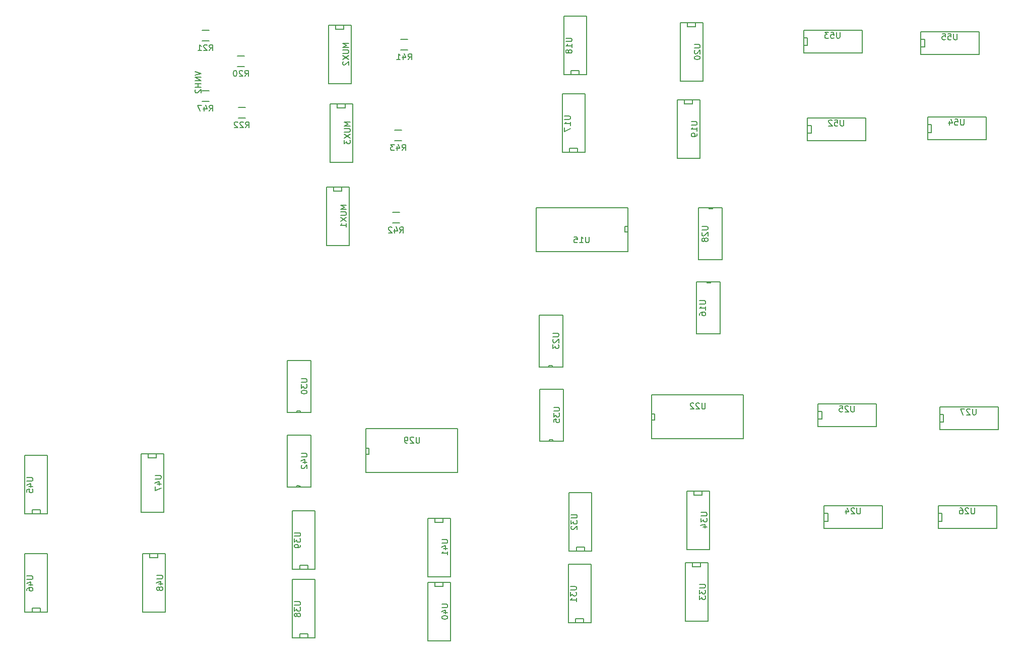
<source format=gbo>
G04 #@! TF.FileFunction,Legend,Bot*
%FSLAX46Y46*%
G04 Gerber Fmt 4.6, Leading zero omitted, Abs format (unit mm)*
G04 Created by KiCad (PCBNEW 4.0.2-stable) date Mon 18 Apr 2016 07:01:49 PM CST*
%MOMM*%
G01*
G04 APERTURE LIST*
%ADD10C,0.100000*%
%ADD11C,0.150000*%
G04 APERTURE END LIST*
D10*
D11*
X63592000Y-55640000D02*
X62392000Y-55640000D01*
X62392000Y-57390000D02*
X63592000Y-57390000D01*
X57496000Y-42686000D02*
X56296000Y-42686000D01*
X56296000Y-44436000D02*
X57496000Y-44436000D01*
X63465000Y-47004000D02*
X62265000Y-47004000D01*
X62265000Y-48754000D02*
X63465000Y-48754000D01*
X79571000Y-69664000D02*
X79771000Y-69664000D01*
X79771000Y-69664000D02*
X79771000Y-69014000D01*
X78421000Y-69014000D02*
X78421000Y-69664000D01*
X78421000Y-69664000D02*
X79571000Y-69664000D01*
X77221000Y-69014000D02*
X77221000Y-78814000D01*
X77221000Y-78814000D02*
X81021000Y-78814000D01*
X81021000Y-78814000D02*
X81021000Y-69014000D01*
X81021000Y-69014000D02*
X77221000Y-69014000D01*
X79952000Y-42486000D02*
X80152000Y-42486000D01*
X80152000Y-42486000D02*
X80152000Y-41836000D01*
X78802000Y-41836000D02*
X78802000Y-42486000D01*
X78802000Y-42486000D02*
X79952000Y-42486000D01*
X77602000Y-41836000D02*
X77602000Y-51636000D01*
X77602000Y-51636000D02*
X81402000Y-51636000D01*
X81402000Y-51636000D02*
X81402000Y-41836000D01*
X81402000Y-41836000D02*
X77602000Y-41836000D01*
X80206000Y-55694000D02*
X80406000Y-55694000D01*
X80406000Y-55694000D02*
X80406000Y-55044000D01*
X79056000Y-55044000D02*
X79056000Y-55694000D01*
X79056000Y-55694000D02*
X80206000Y-55694000D01*
X77856000Y-55044000D02*
X77856000Y-64844000D01*
X77856000Y-64844000D02*
X81656000Y-64844000D01*
X81656000Y-64844000D02*
X81656000Y-55044000D01*
X81656000Y-55044000D02*
X77856000Y-55044000D01*
X90897000Y-44210000D02*
X89697000Y-44210000D01*
X89697000Y-45960000D02*
X90897000Y-45960000D01*
X89500000Y-73293000D02*
X88300000Y-73293000D01*
X88300000Y-75043000D02*
X89500000Y-75043000D01*
X89881000Y-59450000D02*
X88681000Y-59450000D01*
X88681000Y-61200000D02*
X89881000Y-61200000D01*
X57496000Y-52846000D02*
X56296000Y-52846000D01*
X56296000Y-54596000D02*
X57496000Y-54596000D01*
X127842000Y-75600000D02*
X127342000Y-75600000D01*
X127342000Y-75600000D02*
X127342000Y-76600000D01*
X127342000Y-76600000D02*
X127842000Y-76600000D01*
X127842000Y-72500000D02*
X112442000Y-72500000D01*
X112442000Y-72500000D02*
X112442000Y-79900000D01*
X112442000Y-79900000D02*
X127842000Y-79900000D01*
X127842000Y-79900000D02*
X127842000Y-72500000D01*
X141726000Y-84931000D02*
X141726000Y-85156000D01*
X141726000Y-85156000D02*
X141126000Y-85131000D01*
X141126000Y-85131000D02*
X141126000Y-84931000D01*
X141126000Y-84931000D02*
X141126000Y-84956000D01*
X143351000Y-84906000D02*
X139351000Y-84906000D01*
X139351000Y-84906000D02*
X139351000Y-93656000D01*
X139351000Y-93656000D02*
X143351000Y-93656000D01*
X143351000Y-93656000D02*
X143351000Y-84906000D01*
X118295000Y-62543000D02*
X118095000Y-62543000D01*
X118095000Y-62543000D02*
X118095000Y-63193000D01*
X119445000Y-63193000D02*
X119445000Y-62543000D01*
X119445000Y-62543000D02*
X118295000Y-62543000D01*
X120645000Y-63193000D02*
X120645000Y-53393000D01*
X120645000Y-53393000D02*
X116845000Y-53393000D01*
X116845000Y-53393000D02*
X116845000Y-63193000D01*
X116845000Y-63193000D02*
X120645000Y-63193000D01*
X118549000Y-49462000D02*
X118349000Y-49462000D01*
X118349000Y-49462000D02*
X118349000Y-50112000D01*
X119699000Y-50112000D02*
X119699000Y-49462000D01*
X119699000Y-49462000D02*
X118549000Y-49462000D01*
X120899000Y-50112000D02*
X120899000Y-40312000D01*
X120899000Y-40312000D02*
X117099000Y-40312000D01*
X117099000Y-40312000D02*
X117099000Y-50112000D01*
X117099000Y-50112000D02*
X120899000Y-50112000D01*
X138499000Y-55059000D02*
X138699000Y-55059000D01*
X138699000Y-55059000D02*
X138699000Y-54409000D01*
X137349000Y-54409000D02*
X137349000Y-55059000D01*
X137349000Y-55059000D02*
X138499000Y-55059000D01*
X136149000Y-54409000D02*
X136149000Y-64209000D01*
X136149000Y-64209000D02*
X139949000Y-64209000D01*
X139949000Y-64209000D02*
X139949000Y-54409000D01*
X139949000Y-54409000D02*
X136149000Y-54409000D01*
X139007000Y-42105000D02*
X139207000Y-42105000D01*
X139207000Y-42105000D02*
X139207000Y-41455000D01*
X137857000Y-41455000D02*
X137857000Y-42105000D01*
X137857000Y-42105000D02*
X139007000Y-42105000D01*
X136657000Y-41455000D02*
X136657000Y-51255000D01*
X136657000Y-51255000D02*
X140457000Y-51255000D01*
X140457000Y-51255000D02*
X140457000Y-41455000D01*
X140457000Y-41455000D02*
X136657000Y-41455000D01*
X131873000Y-108169000D02*
X132373000Y-108169000D01*
X132373000Y-108169000D02*
X132373000Y-107169000D01*
X132373000Y-107169000D02*
X131873000Y-107169000D01*
X131873000Y-111269000D02*
X147273000Y-111269000D01*
X147273000Y-111269000D02*
X147273000Y-103869000D01*
X147273000Y-103869000D02*
X131873000Y-103869000D01*
X131873000Y-103869000D02*
X131873000Y-111269000D01*
X114560000Y-99219000D02*
X114560000Y-98994000D01*
X114560000Y-98994000D02*
X115160000Y-99019000D01*
X115160000Y-99019000D02*
X115160000Y-99219000D01*
X115160000Y-99219000D02*
X115160000Y-99194000D01*
X112935000Y-99244000D02*
X116935000Y-99244000D01*
X116935000Y-99244000D02*
X116935000Y-90494000D01*
X116935000Y-90494000D02*
X112935000Y-90494000D01*
X112935000Y-90494000D02*
X112935000Y-99244000D01*
X161485000Y-124010000D02*
X161485000Y-123810000D01*
X161485000Y-123810000D02*
X160835000Y-123810000D01*
X160835000Y-125160000D02*
X161485000Y-125160000D01*
X161485000Y-125160000D02*
X161485000Y-124010000D01*
X160835000Y-126360000D02*
X170635000Y-126360000D01*
X170635000Y-126360000D02*
X170635000Y-122560000D01*
X170635000Y-122560000D02*
X160835000Y-122560000D01*
X160835000Y-122560000D02*
X160835000Y-126360000D01*
X160469000Y-106865000D02*
X160469000Y-106665000D01*
X160469000Y-106665000D02*
X159819000Y-106665000D01*
X159819000Y-108015000D02*
X160469000Y-108015000D01*
X160469000Y-108015000D02*
X160469000Y-106865000D01*
X159819000Y-109215000D02*
X169619000Y-109215000D01*
X169619000Y-109215000D02*
X169619000Y-105415000D01*
X169619000Y-105415000D02*
X159819000Y-105415000D01*
X159819000Y-105415000D02*
X159819000Y-109215000D01*
X180662000Y-124010000D02*
X180662000Y-123810000D01*
X180662000Y-123810000D02*
X180012000Y-123810000D01*
X180012000Y-125160000D02*
X180662000Y-125160000D01*
X180662000Y-125160000D02*
X180662000Y-124010000D01*
X180012000Y-126360000D02*
X189812000Y-126360000D01*
X189812000Y-126360000D02*
X189812000Y-122560000D01*
X189812000Y-122560000D02*
X180012000Y-122560000D01*
X180012000Y-122560000D02*
X180012000Y-126360000D01*
X180916000Y-107373000D02*
X180916000Y-107173000D01*
X180916000Y-107173000D02*
X180266000Y-107173000D01*
X180266000Y-108523000D02*
X180916000Y-108523000D01*
X180916000Y-108523000D02*
X180916000Y-107373000D01*
X180266000Y-109723000D02*
X190066000Y-109723000D01*
X190066000Y-109723000D02*
X190066000Y-105923000D01*
X190066000Y-105923000D02*
X180266000Y-105923000D01*
X180266000Y-105923000D02*
X180266000Y-109723000D01*
X142107000Y-72485000D02*
X142107000Y-72710000D01*
X142107000Y-72710000D02*
X141507000Y-72685000D01*
X141507000Y-72685000D02*
X141507000Y-72485000D01*
X141507000Y-72485000D02*
X141507000Y-72510000D01*
X143732000Y-72460000D02*
X139732000Y-72460000D01*
X139732000Y-72460000D02*
X139732000Y-81210000D01*
X139732000Y-81210000D02*
X143732000Y-81210000D01*
X143732000Y-81210000D02*
X143732000Y-72460000D01*
X83867000Y-113884000D02*
X84367000Y-113884000D01*
X84367000Y-113884000D02*
X84367000Y-112884000D01*
X84367000Y-112884000D02*
X83867000Y-112884000D01*
X83867000Y-116984000D02*
X99267000Y-116984000D01*
X99267000Y-116984000D02*
X99267000Y-109584000D01*
X99267000Y-109584000D02*
X83867000Y-109584000D01*
X83867000Y-109584000D02*
X83867000Y-116984000D01*
X72269000Y-106839000D02*
X72269000Y-106614000D01*
X72269000Y-106614000D02*
X72869000Y-106639000D01*
X72869000Y-106639000D02*
X72869000Y-106839000D01*
X72869000Y-106839000D02*
X72869000Y-106814000D01*
X70644000Y-106864000D02*
X74644000Y-106864000D01*
X74644000Y-106864000D02*
X74644000Y-98114000D01*
X74644000Y-98114000D02*
X70644000Y-98114000D01*
X70644000Y-98114000D02*
X70644000Y-106864000D01*
X119311000Y-141537000D02*
X119111000Y-141537000D01*
X119111000Y-141537000D02*
X119111000Y-142187000D01*
X120461000Y-142187000D02*
X120461000Y-141537000D01*
X120461000Y-141537000D02*
X119311000Y-141537000D01*
X121661000Y-142187000D02*
X121661000Y-132387000D01*
X121661000Y-132387000D02*
X117861000Y-132387000D01*
X117861000Y-132387000D02*
X117861000Y-142187000D01*
X117861000Y-142187000D02*
X121661000Y-142187000D01*
X119438000Y-129472000D02*
X119238000Y-129472000D01*
X119238000Y-129472000D02*
X119238000Y-130122000D01*
X120588000Y-130122000D02*
X120588000Y-129472000D01*
X120588000Y-129472000D02*
X119438000Y-129472000D01*
X121788000Y-130122000D02*
X121788000Y-120322000D01*
X121788000Y-120322000D02*
X117988000Y-120322000D01*
X117988000Y-120322000D02*
X117988000Y-130122000D01*
X117988000Y-130122000D02*
X121788000Y-130122000D01*
X139896000Y-132783000D02*
X140096000Y-132783000D01*
X140096000Y-132783000D02*
X140096000Y-132133000D01*
X138746000Y-132133000D02*
X138746000Y-132783000D01*
X138746000Y-132783000D02*
X139896000Y-132783000D01*
X137546000Y-132133000D02*
X137546000Y-141933000D01*
X137546000Y-141933000D02*
X141346000Y-141933000D01*
X141346000Y-141933000D02*
X141346000Y-132133000D01*
X141346000Y-132133000D02*
X137546000Y-132133000D01*
X140150000Y-120718000D02*
X140350000Y-120718000D01*
X140350000Y-120718000D02*
X140350000Y-120068000D01*
X139000000Y-120068000D02*
X139000000Y-120718000D01*
X139000000Y-120718000D02*
X140150000Y-120718000D01*
X137800000Y-120068000D02*
X137800000Y-129868000D01*
X137800000Y-129868000D02*
X141600000Y-129868000D01*
X141600000Y-129868000D02*
X141600000Y-120068000D01*
X141600000Y-120068000D02*
X137800000Y-120068000D01*
X114687000Y-111665000D02*
X114687000Y-111440000D01*
X114687000Y-111440000D02*
X115287000Y-111465000D01*
X115287000Y-111465000D02*
X115287000Y-111665000D01*
X115287000Y-111665000D02*
X115287000Y-111640000D01*
X113062000Y-111690000D02*
X117062000Y-111690000D01*
X117062000Y-111690000D02*
X117062000Y-102940000D01*
X117062000Y-102940000D02*
X113062000Y-102940000D01*
X113062000Y-102940000D02*
X113062000Y-111690000D01*
X72956000Y-144077000D02*
X72756000Y-144077000D01*
X72756000Y-144077000D02*
X72756000Y-144727000D01*
X74106000Y-144727000D02*
X74106000Y-144077000D01*
X74106000Y-144077000D02*
X72956000Y-144077000D01*
X75306000Y-144727000D02*
X75306000Y-134927000D01*
X75306000Y-134927000D02*
X71506000Y-134927000D01*
X71506000Y-134927000D02*
X71506000Y-144727000D01*
X71506000Y-144727000D02*
X75306000Y-144727000D01*
X72956000Y-132520000D02*
X72756000Y-132520000D01*
X72756000Y-132520000D02*
X72756000Y-133170000D01*
X74106000Y-133170000D02*
X74106000Y-132520000D01*
X74106000Y-132520000D02*
X72956000Y-132520000D01*
X75306000Y-133170000D02*
X75306000Y-123370000D01*
X75306000Y-123370000D02*
X71506000Y-123370000D01*
X71506000Y-123370000D02*
X71506000Y-133170000D01*
X71506000Y-133170000D02*
X75306000Y-133170000D01*
X96589000Y-136085000D02*
X96789000Y-136085000D01*
X96789000Y-136085000D02*
X96789000Y-135435000D01*
X95439000Y-135435000D02*
X95439000Y-136085000D01*
X95439000Y-136085000D02*
X96589000Y-136085000D01*
X94239000Y-135435000D02*
X94239000Y-145235000D01*
X94239000Y-145235000D02*
X98039000Y-145235000D01*
X98039000Y-145235000D02*
X98039000Y-135435000D01*
X98039000Y-135435000D02*
X94239000Y-135435000D01*
X96589000Y-125290000D02*
X96789000Y-125290000D01*
X96789000Y-125290000D02*
X96789000Y-124640000D01*
X95439000Y-124640000D02*
X95439000Y-125290000D01*
X95439000Y-125290000D02*
X96589000Y-125290000D01*
X94239000Y-124640000D02*
X94239000Y-134440000D01*
X94239000Y-134440000D02*
X98039000Y-134440000D01*
X98039000Y-134440000D02*
X98039000Y-124640000D01*
X98039000Y-124640000D02*
X94239000Y-124640000D01*
X72269000Y-119412000D02*
X72269000Y-119187000D01*
X72269000Y-119187000D02*
X72869000Y-119212000D01*
X72869000Y-119212000D02*
X72869000Y-119412000D01*
X72869000Y-119412000D02*
X72869000Y-119387000D01*
X70644000Y-119437000D02*
X74644000Y-119437000D01*
X74644000Y-119437000D02*
X74644000Y-110687000D01*
X74644000Y-110687000D02*
X70644000Y-110687000D01*
X70644000Y-110687000D02*
X70644000Y-119437000D01*
X27998000Y-123249000D02*
X27798000Y-123249000D01*
X27798000Y-123249000D02*
X27798000Y-123899000D01*
X29148000Y-123899000D02*
X29148000Y-123249000D01*
X29148000Y-123249000D02*
X27998000Y-123249000D01*
X30348000Y-123899000D02*
X30348000Y-114099000D01*
X30348000Y-114099000D02*
X26548000Y-114099000D01*
X26548000Y-114099000D02*
X26548000Y-123899000D01*
X26548000Y-123899000D02*
X30348000Y-123899000D01*
X27998000Y-139759000D02*
X27798000Y-139759000D01*
X27798000Y-139759000D02*
X27798000Y-140409000D01*
X29148000Y-140409000D02*
X29148000Y-139759000D01*
X29148000Y-139759000D02*
X27998000Y-139759000D01*
X30348000Y-140409000D02*
X30348000Y-130609000D01*
X30348000Y-130609000D02*
X26548000Y-130609000D01*
X26548000Y-130609000D02*
X26548000Y-140409000D01*
X26548000Y-140409000D02*
X30348000Y-140409000D01*
X48456000Y-114495000D02*
X48656000Y-114495000D01*
X48656000Y-114495000D02*
X48656000Y-113845000D01*
X47306000Y-113845000D02*
X47306000Y-114495000D01*
X47306000Y-114495000D02*
X48456000Y-114495000D01*
X46106000Y-113845000D02*
X46106000Y-123645000D01*
X46106000Y-123645000D02*
X49906000Y-123645000D01*
X49906000Y-123645000D02*
X49906000Y-113845000D01*
X49906000Y-113845000D02*
X46106000Y-113845000D01*
X48710000Y-131259000D02*
X48910000Y-131259000D01*
X48910000Y-131259000D02*
X48910000Y-130609000D01*
X47560000Y-130609000D02*
X47560000Y-131259000D01*
X47560000Y-131259000D02*
X48710000Y-131259000D01*
X46360000Y-130609000D02*
X46360000Y-140409000D01*
X46360000Y-140409000D02*
X50160000Y-140409000D01*
X50160000Y-140409000D02*
X50160000Y-130609000D01*
X50160000Y-130609000D02*
X46360000Y-130609000D01*
X158691000Y-58859000D02*
X158691000Y-58659000D01*
X158691000Y-58659000D02*
X158041000Y-58659000D01*
X158041000Y-60009000D02*
X158691000Y-60009000D01*
X158691000Y-60009000D02*
X158691000Y-58859000D01*
X158041000Y-61209000D02*
X167841000Y-61209000D01*
X167841000Y-61209000D02*
X167841000Y-57409000D01*
X167841000Y-57409000D02*
X158041000Y-57409000D01*
X158041000Y-57409000D02*
X158041000Y-61209000D01*
X158056000Y-44127000D02*
X158056000Y-43927000D01*
X158056000Y-43927000D02*
X157406000Y-43927000D01*
X157406000Y-45277000D02*
X158056000Y-45277000D01*
X158056000Y-45277000D02*
X158056000Y-44127000D01*
X157406000Y-46477000D02*
X167206000Y-46477000D01*
X167206000Y-46477000D02*
X167206000Y-42677000D01*
X167206000Y-42677000D02*
X157406000Y-42677000D01*
X157406000Y-42677000D02*
X157406000Y-46477000D01*
X178884000Y-58732000D02*
X178884000Y-58532000D01*
X178884000Y-58532000D02*
X178234000Y-58532000D01*
X178234000Y-59882000D02*
X178884000Y-59882000D01*
X178884000Y-59882000D02*
X178884000Y-58732000D01*
X178234000Y-61082000D02*
X188034000Y-61082000D01*
X188034000Y-61082000D02*
X188034000Y-57282000D01*
X188034000Y-57282000D02*
X178234000Y-57282000D01*
X178234000Y-57282000D02*
X178234000Y-61082000D01*
X177741000Y-44381000D02*
X177741000Y-44181000D01*
X177741000Y-44181000D02*
X177091000Y-44181000D01*
X177091000Y-45531000D02*
X177741000Y-45531000D01*
X177741000Y-45531000D02*
X177741000Y-44381000D01*
X177091000Y-46731000D02*
X186891000Y-46731000D01*
X186891000Y-46731000D02*
X186891000Y-42931000D01*
X186891000Y-42931000D02*
X177091000Y-42931000D01*
X177091000Y-42931000D02*
X177091000Y-46731000D01*
X55177381Y-49604857D02*
X56177381Y-49938190D01*
X55177381Y-50271524D01*
X56177381Y-50604857D02*
X55177381Y-50604857D01*
X56177381Y-51176286D01*
X55177381Y-51176286D01*
X56177381Y-51652476D02*
X55177381Y-51652476D01*
X55653571Y-51652476D02*
X55653571Y-52223905D01*
X56177381Y-52223905D02*
X55177381Y-52223905D01*
X55272619Y-52652476D02*
X55225000Y-52700095D01*
X55177381Y-52795333D01*
X55177381Y-53033429D01*
X55225000Y-53128667D01*
X55272619Y-53176286D01*
X55367857Y-53223905D01*
X55463095Y-53223905D01*
X55605952Y-53176286D01*
X56177381Y-52604857D01*
X56177381Y-53223905D01*
X63634857Y-59067381D02*
X63968191Y-58591190D01*
X64206286Y-59067381D02*
X64206286Y-58067381D01*
X63825333Y-58067381D01*
X63730095Y-58115000D01*
X63682476Y-58162619D01*
X63634857Y-58257857D01*
X63634857Y-58400714D01*
X63682476Y-58495952D01*
X63730095Y-58543571D01*
X63825333Y-58591190D01*
X64206286Y-58591190D01*
X63253905Y-58162619D02*
X63206286Y-58115000D01*
X63111048Y-58067381D01*
X62872952Y-58067381D01*
X62777714Y-58115000D01*
X62730095Y-58162619D01*
X62682476Y-58257857D01*
X62682476Y-58353095D01*
X62730095Y-58495952D01*
X63301524Y-59067381D01*
X62682476Y-59067381D01*
X62301524Y-58162619D02*
X62253905Y-58115000D01*
X62158667Y-58067381D01*
X61920571Y-58067381D01*
X61825333Y-58115000D01*
X61777714Y-58162619D01*
X61730095Y-58257857D01*
X61730095Y-58353095D01*
X61777714Y-58495952D01*
X62349143Y-59067381D01*
X61730095Y-59067381D01*
X57538857Y-46113381D02*
X57872191Y-45637190D01*
X58110286Y-46113381D02*
X58110286Y-45113381D01*
X57729333Y-45113381D01*
X57634095Y-45161000D01*
X57586476Y-45208619D01*
X57538857Y-45303857D01*
X57538857Y-45446714D01*
X57586476Y-45541952D01*
X57634095Y-45589571D01*
X57729333Y-45637190D01*
X58110286Y-45637190D01*
X57157905Y-45208619D02*
X57110286Y-45161000D01*
X57015048Y-45113381D01*
X56776952Y-45113381D01*
X56681714Y-45161000D01*
X56634095Y-45208619D01*
X56586476Y-45303857D01*
X56586476Y-45399095D01*
X56634095Y-45541952D01*
X57205524Y-46113381D01*
X56586476Y-46113381D01*
X55634095Y-46113381D02*
X56205524Y-46113381D01*
X55919810Y-46113381D02*
X55919810Y-45113381D01*
X56015048Y-45256238D01*
X56110286Y-45351476D01*
X56205524Y-45399095D01*
X63507857Y-50431381D02*
X63841191Y-49955190D01*
X64079286Y-50431381D02*
X64079286Y-49431381D01*
X63698333Y-49431381D01*
X63603095Y-49479000D01*
X63555476Y-49526619D01*
X63507857Y-49621857D01*
X63507857Y-49764714D01*
X63555476Y-49859952D01*
X63603095Y-49907571D01*
X63698333Y-49955190D01*
X64079286Y-49955190D01*
X63126905Y-49526619D02*
X63079286Y-49479000D01*
X62984048Y-49431381D01*
X62745952Y-49431381D01*
X62650714Y-49479000D01*
X62603095Y-49526619D01*
X62555476Y-49621857D01*
X62555476Y-49717095D01*
X62603095Y-49859952D01*
X63174524Y-50431381D01*
X62555476Y-50431381D01*
X61936429Y-49431381D02*
X61841190Y-49431381D01*
X61745952Y-49479000D01*
X61698333Y-49526619D01*
X61650714Y-49621857D01*
X61603095Y-49812333D01*
X61603095Y-50050429D01*
X61650714Y-50240905D01*
X61698333Y-50336143D01*
X61745952Y-50383762D01*
X61841190Y-50431381D01*
X61936429Y-50431381D01*
X62031667Y-50383762D01*
X62079286Y-50336143D01*
X62126905Y-50240905D01*
X62174524Y-50050429D01*
X62174524Y-49812333D01*
X62126905Y-49621857D01*
X62079286Y-49526619D01*
X62031667Y-49479000D01*
X61936429Y-49431381D01*
X80573381Y-72054476D02*
X79573381Y-72054476D01*
X80287667Y-72387810D01*
X79573381Y-72721143D01*
X80573381Y-72721143D01*
X79573381Y-73197333D02*
X80382905Y-73197333D01*
X80478143Y-73244952D01*
X80525762Y-73292571D01*
X80573381Y-73387809D01*
X80573381Y-73578286D01*
X80525762Y-73673524D01*
X80478143Y-73721143D01*
X80382905Y-73768762D01*
X79573381Y-73768762D01*
X79573381Y-74149714D02*
X80573381Y-74816381D01*
X79573381Y-74816381D02*
X80573381Y-74149714D01*
X80573381Y-75721143D02*
X80573381Y-75149714D01*
X80573381Y-75435428D02*
X79573381Y-75435428D01*
X79716238Y-75340190D01*
X79811476Y-75244952D01*
X79859095Y-75149714D01*
X80954381Y-44876476D02*
X79954381Y-44876476D01*
X80668667Y-45209810D01*
X79954381Y-45543143D01*
X80954381Y-45543143D01*
X79954381Y-46019333D02*
X80763905Y-46019333D01*
X80859143Y-46066952D01*
X80906762Y-46114571D01*
X80954381Y-46209809D01*
X80954381Y-46400286D01*
X80906762Y-46495524D01*
X80859143Y-46543143D01*
X80763905Y-46590762D01*
X79954381Y-46590762D01*
X79954381Y-46971714D02*
X80954381Y-47638381D01*
X79954381Y-47638381D02*
X80954381Y-46971714D01*
X80049619Y-47971714D02*
X80002000Y-48019333D01*
X79954381Y-48114571D01*
X79954381Y-48352667D01*
X80002000Y-48447905D01*
X80049619Y-48495524D01*
X80144857Y-48543143D01*
X80240095Y-48543143D01*
X80382952Y-48495524D01*
X80954381Y-47924095D01*
X80954381Y-48543143D01*
X81208381Y-58084476D02*
X80208381Y-58084476D01*
X80922667Y-58417810D01*
X80208381Y-58751143D01*
X81208381Y-58751143D01*
X80208381Y-59227333D02*
X81017905Y-59227333D01*
X81113143Y-59274952D01*
X81160762Y-59322571D01*
X81208381Y-59417809D01*
X81208381Y-59608286D01*
X81160762Y-59703524D01*
X81113143Y-59751143D01*
X81017905Y-59798762D01*
X80208381Y-59798762D01*
X80208381Y-60179714D02*
X81208381Y-60846381D01*
X80208381Y-60846381D02*
X81208381Y-60179714D01*
X80208381Y-61132095D02*
X80208381Y-61751143D01*
X80589333Y-61417809D01*
X80589333Y-61560667D01*
X80636952Y-61655905D01*
X80684571Y-61703524D01*
X80779810Y-61751143D01*
X81017905Y-61751143D01*
X81113143Y-61703524D01*
X81160762Y-61655905D01*
X81208381Y-61560667D01*
X81208381Y-61274952D01*
X81160762Y-61179714D01*
X81113143Y-61132095D01*
X90939857Y-47637381D02*
X91273191Y-47161190D01*
X91511286Y-47637381D02*
X91511286Y-46637381D01*
X91130333Y-46637381D01*
X91035095Y-46685000D01*
X90987476Y-46732619D01*
X90939857Y-46827857D01*
X90939857Y-46970714D01*
X90987476Y-47065952D01*
X91035095Y-47113571D01*
X91130333Y-47161190D01*
X91511286Y-47161190D01*
X90082714Y-46970714D02*
X90082714Y-47637381D01*
X90320810Y-46589762D02*
X90558905Y-47304048D01*
X89939857Y-47304048D01*
X89035095Y-47637381D02*
X89606524Y-47637381D01*
X89320810Y-47637381D02*
X89320810Y-46637381D01*
X89416048Y-46780238D01*
X89511286Y-46875476D01*
X89606524Y-46923095D01*
X89542857Y-76720381D02*
X89876191Y-76244190D01*
X90114286Y-76720381D02*
X90114286Y-75720381D01*
X89733333Y-75720381D01*
X89638095Y-75768000D01*
X89590476Y-75815619D01*
X89542857Y-75910857D01*
X89542857Y-76053714D01*
X89590476Y-76148952D01*
X89638095Y-76196571D01*
X89733333Y-76244190D01*
X90114286Y-76244190D01*
X88685714Y-76053714D02*
X88685714Y-76720381D01*
X88923810Y-75672762D02*
X89161905Y-76387048D01*
X88542857Y-76387048D01*
X88209524Y-75815619D02*
X88161905Y-75768000D01*
X88066667Y-75720381D01*
X87828571Y-75720381D01*
X87733333Y-75768000D01*
X87685714Y-75815619D01*
X87638095Y-75910857D01*
X87638095Y-76006095D01*
X87685714Y-76148952D01*
X88257143Y-76720381D01*
X87638095Y-76720381D01*
X89923857Y-62877381D02*
X90257191Y-62401190D01*
X90495286Y-62877381D02*
X90495286Y-61877381D01*
X90114333Y-61877381D01*
X90019095Y-61925000D01*
X89971476Y-61972619D01*
X89923857Y-62067857D01*
X89923857Y-62210714D01*
X89971476Y-62305952D01*
X90019095Y-62353571D01*
X90114333Y-62401190D01*
X90495286Y-62401190D01*
X89066714Y-62210714D02*
X89066714Y-62877381D01*
X89304810Y-61829762D02*
X89542905Y-62544048D01*
X88923857Y-62544048D01*
X88638143Y-61877381D02*
X88019095Y-61877381D01*
X88352429Y-62258333D01*
X88209571Y-62258333D01*
X88114333Y-62305952D01*
X88066714Y-62353571D01*
X88019095Y-62448810D01*
X88019095Y-62686905D01*
X88066714Y-62782143D01*
X88114333Y-62829762D01*
X88209571Y-62877381D01*
X88495286Y-62877381D01*
X88590524Y-62829762D01*
X88638143Y-62782143D01*
X57538857Y-56273381D02*
X57872191Y-55797190D01*
X58110286Y-56273381D02*
X58110286Y-55273381D01*
X57729333Y-55273381D01*
X57634095Y-55321000D01*
X57586476Y-55368619D01*
X57538857Y-55463857D01*
X57538857Y-55606714D01*
X57586476Y-55701952D01*
X57634095Y-55749571D01*
X57729333Y-55797190D01*
X58110286Y-55797190D01*
X56681714Y-55606714D02*
X56681714Y-56273381D01*
X56919810Y-55225762D02*
X57157905Y-55940048D01*
X56538857Y-55940048D01*
X56253143Y-55273381D02*
X55586476Y-55273381D01*
X56015048Y-56273381D01*
X121330095Y-77377381D02*
X121330095Y-78186905D01*
X121282476Y-78282143D01*
X121234857Y-78329762D01*
X121139619Y-78377381D01*
X120949142Y-78377381D01*
X120853904Y-78329762D01*
X120806285Y-78282143D01*
X120758666Y-78186905D01*
X120758666Y-77377381D01*
X119758666Y-78377381D02*
X120330095Y-78377381D01*
X120044381Y-78377381D02*
X120044381Y-77377381D01*
X120139619Y-77520238D01*
X120234857Y-77615476D01*
X120330095Y-77663095D01*
X118853904Y-77377381D02*
X119330095Y-77377381D01*
X119377714Y-77853571D01*
X119330095Y-77805952D01*
X119234857Y-77758333D01*
X118996761Y-77758333D01*
X118901523Y-77805952D01*
X118853904Y-77853571D01*
X118806285Y-77948810D01*
X118806285Y-78186905D01*
X118853904Y-78282143D01*
X118901523Y-78329762D01*
X118996761Y-78377381D01*
X119234857Y-78377381D01*
X119330095Y-78329762D01*
X119377714Y-78282143D01*
X139928381Y-88092905D02*
X140737905Y-88092905D01*
X140833143Y-88140524D01*
X140880762Y-88188143D01*
X140928381Y-88283381D01*
X140928381Y-88473858D01*
X140880762Y-88569096D01*
X140833143Y-88616715D01*
X140737905Y-88664334D01*
X139928381Y-88664334D01*
X140928381Y-89664334D02*
X140928381Y-89092905D01*
X140928381Y-89378619D02*
X139928381Y-89378619D01*
X140071238Y-89283381D01*
X140166476Y-89188143D01*
X140214095Y-89092905D01*
X139928381Y-90521477D02*
X139928381Y-90331000D01*
X139976000Y-90235762D01*
X140023619Y-90188143D01*
X140166476Y-90092905D01*
X140356952Y-90045286D01*
X140737905Y-90045286D01*
X140833143Y-90092905D01*
X140880762Y-90140524D01*
X140928381Y-90235762D01*
X140928381Y-90426239D01*
X140880762Y-90521477D01*
X140833143Y-90569096D01*
X140737905Y-90616715D01*
X140499810Y-90616715D01*
X140404571Y-90569096D01*
X140356952Y-90521477D01*
X140309333Y-90426239D01*
X140309333Y-90235762D01*
X140356952Y-90140524D01*
X140404571Y-90092905D01*
X140499810Y-90045286D01*
X117197381Y-57104905D02*
X118006905Y-57104905D01*
X118102143Y-57152524D01*
X118149762Y-57200143D01*
X118197381Y-57295381D01*
X118197381Y-57485858D01*
X118149762Y-57581096D01*
X118102143Y-57628715D01*
X118006905Y-57676334D01*
X117197381Y-57676334D01*
X118197381Y-58676334D02*
X118197381Y-58104905D01*
X118197381Y-58390619D02*
X117197381Y-58390619D01*
X117340238Y-58295381D01*
X117435476Y-58200143D01*
X117483095Y-58104905D01*
X117197381Y-59009667D02*
X117197381Y-59676334D01*
X118197381Y-59247762D01*
X117451381Y-44023905D02*
X118260905Y-44023905D01*
X118356143Y-44071524D01*
X118403762Y-44119143D01*
X118451381Y-44214381D01*
X118451381Y-44404858D01*
X118403762Y-44500096D01*
X118356143Y-44547715D01*
X118260905Y-44595334D01*
X117451381Y-44595334D01*
X118451381Y-45595334D02*
X118451381Y-45023905D01*
X118451381Y-45309619D02*
X117451381Y-45309619D01*
X117594238Y-45214381D01*
X117689476Y-45119143D01*
X117737095Y-45023905D01*
X117879952Y-46166762D02*
X117832333Y-46071524D01*
X117784714Y-46023905D01*
X117689476Y-45976286D01*
X117641857Y-45976286D01*
X117546619Y-46023905D01*
X117499000Y-46071524D01*
X117451381Y-46166762D01*
X117451381Y-46357239D01*
X117499000Y-46452477D01*
X117546619Y-46500096D01*
X117641857Y-46547715D01*
X117689476Y-46547715D01*
X117784714Y-46500096D01*
X117832333Y-46452477D01*
X117879952Y-46357239D01*
X117879952Y-46166762D01*
X117927571Y-46071524D01*
X117975190Y-46023905D01*
X118070429Y-45976286D01*
X118260905Y-45976286D01*
X118356143Y-46023905D01*
X118403762Y-46071524D01*
X118451381Y-46166762D01*
X118451381Y-46357239D01*
X118403762Y-46452477D01*
X118356143Y-46500096D01*
X118260905Y-46547715D01*
X118070429Y-46547715D01*
X117975190Y-46500096D01*
X117927571Y-46452477D01*
X117879952Y-46357239D01*
X138501381Y-58020905D02*
X139310905Y-58020905D01*
X139406143Y-58068524D01*
X139453762Y-58116143D01*
X139501381Y-58211381D01*
X139501381Y-58401858D01*
X139453762Y-58497096D01*
X139406143Y-58544715D01*
X139310905Y-58592334D01*
X138501381Y-58592334D01*
X139501381Y-59592334D02*
X139501381Y-59020905D01*
X139501381Y-59306619D02*
X138501381Y-59306619D01*
X138644238Y-59211381D01*
X138739476Y-59116143D01*
X138787095Y-59020905D01*
X139501381Y-60068524D02*
X139501381Y-60259000D01*
X139453762Y-60354239D01*
X139406143Y-60401858D01*
X139263286Y-60497096D01*
X139072810Y-60544715D01*
X138691857Y-60544715D01*
X138596619Y-60497096D01*
X138549000Y-60449477D01*
X138501381Y-60354239D01*
X138501381Y-60163762D01*
X138549000Y-60068524D01*
X138596619Y-60020905D01*
X138691857Y-59973286D01*
X138929952Y-59973286D01*
X139025190Y-60020905D01*
X139072810Y-60068524D01*
X139120429Y-60163762D01*
X139120429Y-60354239D01*
X139072810Y-60449477D01*
X139025190Y-60497096D01*
X138929952Y-60544715D01*
X139009381Y-45066905D02*
X139818905Y-45066905D01*
X139914143Y-45114524D01*
X139961762Y-45162143D01*
X140009381Y-45257381D01*
X140009381Y-45447858D01*
X139961762Y-45543096D01*
X139914143Y-45590715D01*
X139818905Y-45638334D01*
X139009381Y-45638334D01*
X139104619Y-46066905D02*
X139057000Y-46114524D01*
X139009381Y-46209762D01*
X139009381Y-46447858D01*
X139057000Y-46543096D01*
X139104619Y-46590715D01*
X139199857Y-46638334D01*
X139295095Y-46638334D01*
X139437952Y-46590715D01*
X140009381Y-46019286D01*
X140009381Y-46638334D01*
X139009381Y-47257381D02*
X139009381Y-47352620D01*
X139057000Y-47447858D01*
X139104619Y-47495477D01*
X139199857Y-47543096D01*
X139390333Y-47590715D01*
X139628429Y-47590715D01*
X139818905Y-47543096D01*
X139914143Y-47495477D01*
X139961762Y-47447858D01*
X140009381Y-47352620D01*
X140009381Y-47257381D01*
X139961762Y-47162143D01*
X139914143Y-47114524D01*
X139818905Y-47066905D01*
X139628429Y-47019286D01*
X139390333Y-47019286D01*
X139199857Y-47066905D01*
X139104619Y-47114524D01*
X139057000Y-47162143D01*
X139009381Y-47257381D01*
X140861095Y-105296381D02*
X140861095Y-106105905D01*
X140813476Y-106201143D01*
X140765857Y-106248762D01*
X140670619Y-106296381D01*
X140480142Y-106296381D01*
X140384904Y-106248762D01*
X140337285Y-106201143D01*
X140289666Y-106105905D01*
X140289666Y-105296381D01*
X139861095Y-105391619D02*
X139813476Y-105344000D01*
X139718238Y-105296381D01*
X139480142Y-105296381D01*
X139384904Y-105344000D01*
X139337285Y-105391619D01*
X139289666Y-105486857D01*
X139289666Y-105582095D01*
X139337285Y-105724952D01*
X139908714Y-106296381D01*
X139289666Y-106296381D01*
X138908714Y-105391619D02*
X138861095Y-105344000D01*
X138765857Y-105296381D01*
X138527761Y-105296381D01*
X138432523Y-105344000D01*
X138384904Y-105391619D01*
X138337285Y-105486857D01*
X138337285Y-105582095D01*
X138384904Y-105724952D01*
X138956333Y-106296381D01*
X138337285Y-106296381D01*
X115262381Y-93580905D02*
X116071905Y-93580905D01*
X116167143Y-93628524D01*
X116214762Y-93676143D01*
X116262381Y-93771381D01*
X116262381Y-93961858D01*
X116214762Y-94057096D01*
X116167143Y-94104715D01*
X116071905Y-94152334D01*
X115262381Y-94152334D01*
X115357619Y-94580905D02*
X115310000Y-94628524D01*
X115262381Y-94723762D01*
X115262381Y-94961858D01*
X115310000Y-95057096D01*
X115357619Y-95104715D01*
X115452857Y-95152334D01*
X115548095Y-95152334D01*
X115690952Y-95104715D01*
X116262381Y-94533286D01*
X116262381Y-95152334D01*
X115262381Y-95485667D02*
X115262381Y-96104715D01*
X115643333Y-95771381D01*
X115643333Y-95914239D01*
X115690952Y-96009477D01*
X115738571Y-96057096D01*
X115833810Y-96104715D01*
X116071905Y-96104715D01*
X116167143Y-96057096D01*
X116214762Y-96009477D01*
X116262381Y-95914239D01*
X116262381Y-95628524D01*
X116214762Y-95533286D01*
X116167143Y-95485667D01*
X166923095Y-122912381D02*
X166923095Y-123721905D01*
X166875476Y-123817143D01*
X166827857Y-123864762D01*
X166732619Y-123912381D01*
X166542142Y-123912381D01*
X166446904Y-123864762D01*
X166399285Y-123817143D01*
X166351666Y-123721905D01*
X166351666Y-122912381D01*
X165923095Y-123007619D02*
X165875476Y-122960000D01*
X165780238Y-122912381D01*
X165542142Y-122912381D01*
X165446904Y-122960000D01*
X165399285Y-123007619D01*
X165351666Y-123102857D01*
X165351666Y-123198095D01*
X165399285Y-123340952D01*
X165970714Y-123912381D01*
X165351666Y-123912381D01*
X164494523Y-123245714D02*
X164494523Y-123912381D01*
X164732619Y-122864762D02*
X164970714Y-123579048D01*
X164351666Y-123579048D01*
X165907095Y-105767381D02*
X165907095Y-106576905D01*
X165859476Y-106672143D01*
X165811857Y-106719762D01*
X165716619Y-106767381D01*
X165526142Y-106767381D01*
X165430904Y-106719762D01*
X165383285Y-106672143D01*
X165335666Y-106576905D01*
X165335666Y-105767381D01*
X164907095Y-105862619D02*
X164859476Y-105815000D01*
X164764238Y-105767381D01*
X164526142Y-105767381D01*
X164430904Y-105815000D01*
X164383285Y-105862619D01*
X164335666Y-105957857D01*
X164335666Y-106053095D01*
X164383285Y-106195952D01*
X164954714Y-106767381D01*
X164335666Y-106767381D01*
X163430904Y-105767381D02*
X163907095Y-105767381D01*
X163954714Y-106243571D01*
X163907095Y-106195952D01*
X163811857Y-106148333D01*
X163573761Y-106148333D01*
X163478523Y-106195952D01*
X163430904Y-106243571D01*
X163383285Y-106338810D01*
X163383285Y-106576905D01*
X163430904Y-106672143D01*
X163478523Y-106719762D01*
X163573761Y-106767381D01*
X163811857Y-106767381D01*
X163907095Y-106719762D01*
X163954714Y-106672143D01*
X186100095Y-122912381D02*
X186100095Y-123721905D01*
X186052476Y-123817143D01*
X186004857Y-123864762D01*
X185909619Y-123912381D01*
X185719142Y-123912381D01*
X185623904Y-123864762D01*
X185576285Y-123817143D01*
X185528666Y-123721905D01*
X185528666Y-122912381D01*
X185100095Y-123007619D02*
X185052476Y-122960000D01*
X184957238Y-122912381D01*
X184719142Y-122912381D01*
X184623904Y-122960000D01*
X184576285Y-123007619D01*
X184528666Y-123102857D01*
X184528666Y-123198095D01*
X184576285Y-123340952D01*
X185147714Y-123912381D01*
X184528666Y-123912381D01*
X183671523Y-122912381D02*
X183862000Y-122912381D01*
X183957238Y-122960000D01*
X184004857Y-123007619D01*
X184100095Y-123150476D01*
X184147714Y-123340952D01*
X184147714Y-123721905D01*
X184100095Y-123817143D01*
X184052476Y-123864762D01*
X183957238Y-123912381D01*
X183766761Y-123912381D01*
X183671523Y-123864762D01*
X183623904Y-123817143D01*
X183576285Y-123721905D01*
X183576285Y-123483810D01*
X183623904Y-123388571D01*
X183671523Y-123340952D01*
X183766761Y-123293333D01*
X183957238Y-123293333D01*
X184052476Y-123340952D01*
X184100095Y-123388571D01*
X184147714Y-123483810D01*
X186354095Y-106275381D02*
X186354095Y-107084905D01*
X186306476Y-107180143D01*
X186258857Y-107227762D01*
X186163619Y-107275381D01*
X185973142Y-107275381D01*
X185877904Y-107227762D01*
X185830285Y-107180143D01*
X185782666Y-107084905D01*
X185782666Y-106275381D01*
X185354095Y-106370619D02*
X185306476Y-106323000D01*
X185211238Y-106275381D01*
X184973142Y-106275381D01*
X184877904Y-106323000D01*
X184830285Y-106370619D01*
X184782666Y-106465857D01*
X184782666Y-106561095D01*
X184830285Y-106703952D01*
X185401714Y-107275381D01*
X184782666Y-107275381D01*
X184449333Y-106275381D02*
X183782666Y-106275381D01*
X184211238Y-107275381D01*
X140309381Y-75646905D02*
X141118905Y-75646905D01*
X141214143Y-75694524D01*
X141261762Y-75742143D01*
X141309381Y-75837381D01*
X141309381Y-76027858D01*
X141261762Y-76123096D01*
X141214143Y-76170715D01*
X141118905Y-76218334D01*
X140309381Y-76218334D01*
X140404619Y-76646905D02*
X140357000Y-76694524D01*
X140309381Y-76789762D01*
X140309381Y-77027858D01*
X140357000Y-77123096D01*
X140404619Y-77170715D01*
X140499857Y-77218334D01*
X140595095Y-77218334D01*
X140737952Y-77170715D01*
X141309381Y-76599286D01*
X141309381Y-77218334D01*
X140737952Y-77789762D02*
X140690333Y-77694524D01*
X140642714Y-77646905D01*
X140547476Y-77599286D01*
X140499857Y-77599286D01*
X140404619Y-77646905D01*
X140357000Y-77694524D01*
X140309381Y-77789762D01*
X140309381Y-77980239D01*
X140357000Y-78075477D01*
X140404619Y-78123096D01*
X140499857Y-78170715D01*
X140547476Y-78170715D01*
X140642714Y-78123096D01*
X140690333Y-78075477D01*
X140737952Y-77980239D01*
X140737952Y-77789762D01*
X140785571Y-77694524D01*
X140833190Y-77646905D01*
X140928429Y-77599286D01*
X141118905Y-77599286D01*
X141214143Y-77646905D01*
X141261762Y-77694524D01*
X141309381Y-77789762D01*
X141309381Y-77980239D01*
X141261762Y-78075477D01*
X141214143Y-78123096D01*
X141118905Y-78170715D01*
X140928429Y-78170715D01*
X140833190Y-78123096D01*
X140785571Y-78075477D01*
X140737952Y-77980239D01*
X92855095Y-111011381D02*
X92855095Y-111820905D01*
X92807476Y-111916143D01*
X92759857Y-111963762D01*
X92664619Y-112011381D01*
X92474142Y-112011381D01*
X92378904Y-111963762D01*
X92331285Y-111916143D01*
X92283666Y-111820905D01*
X92283666Y-111011381D01*
X91855095Y-111106619D02*
X91807476Y-111059000D01*
X91712238Y-111011381D01*
X91474142Y-111011381D01*
X91378904Y-111059000D01*
X91331285Y-111106619D01*
X91283666Y-111201857D01*
X91283666Y-111297095D01*
X91331285Y-111439952D01*
X91902714Y-112011381D01*
X91283666Y-112011381D01*
X90807476Y-112011381D02*
X90617000Y-112011381D01*
X90521761Y-111963762D01*
X90474142Y-111916143D01*
X90378904Y-111773286D01*
X90331285Y-111582810D01*
X90331285Y-111201857D01*
X90378904Y-111106619D01*
X90426523Y-111059000D01*
X90521761Y-111011381D01*
X90712238Y-111011381D01*
X90807476Y-111059000D01*
X90855095Y-111106619D01*
X90902714Y-111201857D01*
X90902714Y-111439952D01*
X90855095Y-111535190D01*
X90807476Y-111582810D01*
X90712238Y-111630429D01*
X90521761Y-111630429D01*
X90426523Y-111582810D01*
X90378904Y-111535190D01*
X90331285Y-111439952D01*
X72971381Y-101200905D02*
X73780905Y-101200905D01*
X73876143Y-101248524D01*
X73923762Y-101296143D01*
X73971381Y-101391381D01*
X73971381Y-101581858D01*
X73923762Y-101677096D01*
X73876143Y-101724715D01*
X73780905Y-101772334D01*
X72971381Y-101772334D01*
X72971381Y-102153286D02*
X72971381Y-102772334D01*
X73352333Y-102439000D01*
X73352333Y-102581858D01*
X73399952Y-102677096D01*
X73447571Y-102724715D01*
X73542810Y-102772334D01*
X73780905Y-102772334D01*
X73876143Y-102724715D01*
X73923762Y-102677096D01*
X73971381Y-102581858D01*
X73971381Y-102296143D01*
X73923762Y-102200905D01*
X73876143Y-102153286D01*
X72971381Y-103391381D02*
X72971381Y-103486620D01*
X73019000Y-103581858D01*
X73066619Y-103629477D01*
X73161857Y-103677096D01*
X73352333Y-103724715D01*
X73590429Y-103724715D01*
X73780905Y-103677096D01*
X73876143Y-103629477D01*
X73923762Y-103581858D01*
X73971381Y-103486620D01*
X73971381Y-103391381D01*
X73923762Y-103296143D01*
X73876143Y-103248524D01*
X73780905Y-103200905D01*
X73590429Y-103153286D01*
X73352333Y-103153286D01*
X73161857Y-103200905D01*
X73066619Y-103248524D01*
X73019000Y-103296143D01*
X72971381Y-103391381D01*
X118213381Y-136098905D02*
X119022905Y-136098905D01*
X119118143Y-136146524D01*
X119165762Y-136194143D01*
X119213381Y-136289381D01*
X119213381Y-136479858D01*
X119165762Y-136575096D01*
X119118143Y-136622715D01*
X119022905Y-136670334D01*
X118213381Y-136670334D01*
X118213381Y-137051286D02*
X118213381Y-137670334D01*
X118594333Y-137337000D01*
X118594333Y-137479858D01*
X118641952Y-137575096D01*
X118689571Y-137622715D01*
X118784810Y-137670334D01*
X119022905Y-137670334D01*
X119118143Y-137622715D01*
X119165762Y-137575096D01*
X119213381Y-137479858D01*
X119213381Y-137194143D01*
X119165762Y-137098905D01*
X119118143Y-137051286D01*
X119213381Y-138622715D02*
X119213381Y-138051286D01*
X119213381Y-138337000D02*
X118213381Y-138337000D01*
X118356238Y-138241762D01*
X118451476Y-138146524D01*
X118499095Y-138051286D01*
X118340381Y-124033905D02*
X119149905Y-124033905D01*
X119245143Y-124081524D01*
X119292762Y-124129143D01*
X119340381Y-124224381D01*
X119340381Y-124414858D01*
X119292762Y-124510096D01*
X119245143Y-124557715D01*
X119149905Y-124605334D01*
X118340381Y-124605334D01*
X118340381Y-124986286D02*
X118340381Y-125605334D01*
X118721333Y-125272000D01*
X118721333Y-125414858D01*
X118768952Y-125510096D01*
X118816571Y-125557715D01*
X118911810Y-125605334D01*
X119149905Y-125605334D01*
X119245143Y-125557715D01*
X119292762Y-125510096D01*
X119340381Y-125414858D01*
X119340381Y-125129143D01*
X119292762Y-125033905D01*
X119245143Y-124986286D01*
X118435619Y-125986286D02*
X118388000Y-126033905D01*
X118340381Y-126129143D01*
X118340381Y-126367239D01*
X118388000Y-126462477D01*
X118435619Y-126510096D01*
X118530857Y-126557715D01*
X118626095Y-126557715D01*
X118768952Y-126510096D01*
X119340381Y-125938667D01*
X119340381Y-126557715D01*
X139898381Y-135744905D02*
X140707905Y-135744905D01*
X140803143Y-135792524D01*
X140850762Y-135840143D01*
X140898381Y-135935381D01*
X140898381Y-136125858D01*
X140850762Y-136221096D01*
X140803143Y-136268715D01*
X140707905Y-136316334D01*
X139898381Y-136316334D01*
X139898381Y-136697286D02*
X139898381Y-137316334D01*
X140279333Y-136983000D01*
X140279333Y-137125858D01*
X140326952Y-137221096D01*
X140374571Y-137268715D01*
X140469810Y-137316334D01*
X140707905Y-137316334D01*
X140803143Y-137268715D01*
X140850762Y-137221096D01*
X140898381Y-137125858D01*
X140898381Y-136840143D01*
X140850762Y-136744905D01*
X140803143Y-136697286D01*
X139898381Y-137649667D02*
X139898381Y-138268715D01*
X140279333Y-137935381D01*
X140279333Y-138078239D01*
X140326952Y-138173477D01*
X140374571Y-138221096D01*
X140469810Y-138268715D01*
X140707905Y-138268715D01*
X140803143Y-138221096D01*
X140850762Y-138173477D01*
X140898381Y-138078239D01*
X140898381Y-137792524D01*
X140850762Y-137697286D01*
X140803143Y-137649667D01*
X140152381Y-123679905D02*
X140961905Y-123679905D01*
X141057143Y-123727524D01*
X141104762Y-123775143D01*
X141152381Y-123870381D01*
X141152381Y-124060858D01*
X141104762Y-124156096D01*
X141057143Y-124203715D01*
X140961905Y-124251334D01*
X140152381Y-124251334D01*
X140152381Y-124632286D02*
X140152381Y-125251334D01*
X140533333Y-124918000D01*
X140533333Y-125060858D01*
X140580952Y-125156096D01*
X140628571Y-125203715D01*
X140723810Y-125251334D01*
X140961905Y-125251334D01*
X141057143Y-125203715D01*
X141104762Y-125156096D01*
X141152381Y-125060858D01*
X141152381Y-124775143D01*
X141104762Y-124679905D01*
X141057143Y-124632286D01*
X140485714Y-126108477D02*
X141152381Y-126108477D01*
X140104762Y-125870381D02*
X140819048Y-125632286D01*
X140819048Y-126251334D01*
X115389381Y-106026905D02*
X116198905Y-106026905D01*
X116294143Y-106074524D01*
X116341762Y-106122143D01*
X116389381Y-106217381D01*
X116389381Y-106407858D01*
X116341762Y-106503096D01*
X116294143Y-106550715D01*
X116198905Y-106598334D01*
X115389381Y-106598334D01*
X115389381Y-106979286D02*
X115389381Y-107598334D01*
X115770333Y-107265000D01*
X115770333Y-107407858D01*
X115817952Y-107503096D01*
X115865571Y-107550715D01*
X115960810Y-107598334D01*
X116198905Y-107598334D01*
X116294143Y-107550715D01*
X116341762Y-107503096D01*
X116389381Y-107407858D01*
X116389381Y-107122143D01*
X116341762Y-107026905D01*
X116294143Y-106979286D01*
X115389381Y-108503096D02*
X115389381Y-108026905D01*
X115865571Y-107979286D01*
X115817952Y-108026905D01*
X115770333Y-108122143D01*
X115770333Y-108360239D01*
X115817952Y-108455477D01*
X115865571Y-108503096D01*
X115960810Y-108550715D01*
X116198905Y-108550715D01*
X116294143Y-108503096D01*
X116341762Y-108455477D01*
X116389381Y-108360239D01*
X116389381Y-108122143D01*
X116341762Y-108026905D01*
X116294143Y-107979286D01*
X71858381Y-138638905D02*
X72667905Y-138638905D01*
X72763143Y-138686524D01*
X72810762Y-138734143D01*
X72858381Y-138829381D01*
X72858381Y-139019858D01*
X72810762Y-139115096D01*
X72763143Y-139162715D01*
X72667905Y-139210334D01*
X71858381Y-139210334D01*
X71858381Y-139591286D02*
X71858381Y-140210334D01*
X72239333Y-139877000D01*
X72239333Y-140019858D01*
X72286952Y-140115096D01*
X72334571Y-140162715D01*
X72429810Y-140210334D01*
X72667905Y-140210334D01*
X72763143Y-140162715D01*
X72810762Y-140115096D01*
X72858381Y-140019858D01*
X72858381Y-139734143D01*
X72810762Y-139638905D01*
X72763143Y-139591286D01*
X72286952Y-140781762D02*
X72239333Y-140686524D01*
X72191714Y-140638905D01*
X72096476Y-140591286D01*
X72048857Y-140591286D01*
X71953619Y-140638905D01*
X71906000Y-140686524D01*
X71858381Y-140781762D01*
X71858381Y-140972239D01*
X71906000Y-141067477D01*
X71953619Y-141115096D01*
X72048857Y-141162715D01*
X72096476Y-141162715D01*
X72191714Y-141115096D01*
X72239333Y-141067477D01*
X72286952Y-140972239D01*
X72286952Y-140781762D01*
X72334571Y-140686524D01*
X72382190Y-140638905D01*
X72477429Y-140591286D01*
X72667905Y-140591286D01*
X72763143Y-140638905D01*
X72810762Y-140686524D01*
X72858381Y-140781762D01*
X72858381Y-140972239D01*
X72810762Y-141067477D01*
X72763143Y-141115096D01*
X72667905Y-141162715D01*
X72477429Y-141162715D01*
X72382190Y-141115096D01*
X72334571Y-141067477D01*
X72286952Y-140972239D01*
X71858381Y-127081905D02*
X72667905Y-127081905D01*
X72763143Y-127129524D01*
X72810762Y-127177143D01*
X72858381Y-127272381D01*
X72858381Y-127462858D01*
X72810762Y-127558096D01*
X72763143Y-127605715D01*
X72667905Y-127653334D01*
X71858381Y-127653334D01*
X71858381Y-128034286D02*
X71858381Y-128653334D01*
X72239333Y-128320000D01*
X72239333Y-128462858D01*
X72286952Y-128558096D01*
X72334571Y-128605715D01*
X72429810Y-128653334D01*
X72667905Y-128653334D01*
X72763143Y-128605715D01*
X72810762Y-128558096D01*
X72858381Y-128462858D01*
X72858381Y-128177143D01*
X72810762Y-128081905D01*
X72763143Y-128034286D01*
X72858381Y-129129524D02*
X72858381Y-129320000D01*
X72810762Y-129415239D01*
X72763143Y-129462858D01*
X72620286Y-129558096D01*
X72429810Y-129605715D01*
X72048857Y-129605715D01*
X71953619Y-129558096D01*
X71906000Y-129510477D01*
X71858381Y-129415239D01*
X71858381Y-129224762D01*
X71906000Y-129129524D01*
X71953619Y-129081905D01*
X72048857Y-129034286D01*
X72286952Y-129034286D01*
X72382190Y-129081905D01*
X72429810Y-129129524D01*
X72477429Y-129224762D01*
X72477429Y-129415239D01*
X72429810Y-129510477D01*
X72382190Y-129558096D01*
X72286952Y-129605715D01*
X96591381Y-139046905D02*
X97400905Y-139046905D01*
X97496143Y-139094524D01*
X97543762Y-139142143D01*
X97591381Y-139237381D01*
X97591381Y-139427858D01*
X97543762Y-139523096D01*
X97496143Y-139570715D01*
X97400905Y-139618334D01*
X96591381Y-139618334D01*
X96924714Y-140523096D02*
X97591381Y-140523096D01*
X96543762Y-140285000D02*
X97258048Y-140046905D01*
X97258048Y-140665953D01*
X96591381Y-141237381D02*
X96591381Y-141332620D01*
X96639000Y-141427858D01*
X96686619Y-141475477D01*
X96781857Y-141523096D01*
X96972333Y-141570715D01*
X97210429Y-141570715D01*
X97400905Y-141523096D01*
X97496143Y-141475477D01*
X97543762Y-141427858D01*
X97591381Y-141332620D01*
X97591381Y-141237381D01*
X97543762Y-141142143D01*
X97496143Y-141094524D01*
X97400905Y-141046905D01*
X97210429Y-140999286D01*
X96972333Y-140999286D01*
X96781857Y-141046905D01*
X96686619Y-141094524D01*
X96639000Y-141142143D01*
X96591381Y-141237381D01*
X96591381Y-128251905D02*
X97400905Y-128251905D01*
X97496143Y-128299524D01*
X97543762Y-128347143D01*
X97591381Y-128442381D01*
X97591381Y-128632858D01*
X97543762Y-128728096D01*
X97496143Y-128775715D01*
X97400905Y-128823334D01*
X96591381Y-128823334D01*
X96924714Y-129728096D02*
X97591381Y-129728096D01*
X96543762Y-129490000D02*
X97258048Y-129251905D01*
X97258048Y-129870953D01*
X97591381Y-130775715D02*
X97591381Y-130204286D01*
X97591381Y-130490000D02*
X96591381Y-130490000D01*
X96734238Y-130394762D01*
X96829476Y-130299524D01*
X96877095Y-130204286D01*
X72971381Y-113773905D02*
X73780905Y-113773905D01*
X73876143Y-113821524D01*
X73923762Y-113869143D01*
X73971381Y-113964381D01*
X73971381Y-114154858D01*
X73923762Y-114250096D01*
X73876143Y-114297715D01*
X73780905Y-114345334D01*
X72971381Y-114345334D01*
X73304714Y-115250096D02*
X73971381Y-115250096D01*
X72923762Y-115012000D02*
X73638048Y-114773905D01*
X73638048Y-115392953D01*
X73066619Y-115726286D02*
X73019000Y-115773905D01*
X72971381Y-115869143D01*
X72971381Y-116107239D01*
X73019000Y-116202477D01*
X73066619Y-116250096D01*
X73161857Y-116297715D01*
X73257095Y-116297715D01*
X73399952Y-116250096D01*
X73971381Y-115678667D01*
X73971381Y-116297715D01*
X26900381Y-117810905D02*
X27709905Y-117810905D01*
X27805143Y-117858524D01*
X27852762Y-117906143D01*
X27900381Y-118001381D01*
X27900381Y-118191858D01*
X27852762Y-118287096D01*
X27805143Y-118334715D01*
X27709905Y-118382334D01*
X26900381Y-118382334D01*
X27233714Y-119287096D02*
X27900381Y-119287096D01*
X26852762Y-119049000D02*
X27567048Y-118810905D01*
X27567048Y-119429953D01*
X26900381Y-120287096D02*
X26900381Y-119810905D01*
X27376571Y-119763286D01*
X27328952Y-119810905D01*
X27281333Y-119906143D01*
X27281333Y-120144239D01*
X27328952Y-120239477D01*
X27376571Y-120287096D01*
X27471810Y-120334715D01*
X27709905Y-120334715D01*
X27805143Y-120287096D01*
X27852762Y-120239477D01*
X27900381Y-120144239D01*
X27900381Y-119906143D01*
X27852762Y-119810905D01*
X27805143Y-119763286D01*
X26900381Y-134320905D02*
X27709905Y-134320905D01*
X27805143Y-134368524D01*
X27852762Y-134416143D01*
X27900381Y-134511381D01*
X27900381Y-134701858D01*
X27852762Y-134797096D01*
X27805143Y-134844715D01*
X27709905Y-134892334D01*
X26900381Y-134892334D01*
X27233714Y-135797096D02*
X27900381Y-135797096D01*
X26852762Y-135559000D02*
X27567048Y-135320905D01*
X27567048Y-135939953D01*
X26900381Y-136749477D02*
X26900381Y-136559000D01*
X26948000Y-136463762D01*
X26995619Y-136416143D01*
X27138476Y-136320905D01*
X27328952Y-136273286D01*
X27709905Y-136273286D01*
X27805143Y-136320905D01*
X27852762Y-136368524D01*
X27900381Y-136463762D01*
X27900381Y-136654239D01*
X27852762Y-136749477D01*
X27805143Y-136797096D01*
X27709905Y-136844715D01*
X27471810Y-136844715D01*
X27376571Y-136797096D01*
X27328952Y-136749477D01*
X27281333Y-136654239D01*
X27281333Y-136463762D01*
X27328952Y-136368524D01*
X27376571Y-136320905D01*
X27471810Y-136273286D01*
X48458381Y-117456905D02*
X49267905Y-117456905D01*
X49363143Y-117504524D01*
X49410762Y-117552143D01*
X49458381Y-117647381D01*
X49458381Y-117837858D01*
X49410762Y-117933096D01*
X49363143Y-117980715D01*
X49267905Y-118028334D01*
X48458381Y-118028334D01*
X48791714Y-118933096D02*
X49458381Y-118933096D01*
X48410762Y-118695000D02*
X49125048Y-118456905D01*
X49125048Y-119075953D01*
X48458381Y-119361667D02*
X48458381Y-120028334D01*
X49458381Y-119599762D01*
X48712381Y-134220905D02*
X49521905Y-134220905D01*
X49617143Y-134268524D01*
X49664762Y-134316143D01*
X49712381Y-134411381D01*
X49712381Y-134601858D01*
X49664762Y-134697096D01*
X49617143Y-134744715D01*
X49521905Y-134792334D01*
X48712381Y-134792334D01*
X49045714Y-135697096D02*
X49712381Y-135697096D01*
X48664762Y-135459000D02*
X49379048Y-135220905D01*
X49379048Y-135839953D01*
X49140952Y-136363762D02*
X49093333Y-136268524D01*
X49045714Y-136220905D01*
X48950476Y-136173286D01*
X48902857Y-136173286D01*
X48807619Y-136220905D01*
X48760000Y-136268524D01*
X48712381Y-136363762D01*
X48712381Y-136554239D01*
X48760000Y-136649477D01*
X48807619Y-136697096D01*
X48902857Y-136744715D01*
X48950476Y-136744715D01*
X49045714Y-136697096D01*
X49093333Y-136649477D01*
X49140952Y-136554239D01*
X49140952Y-136363762D01*
X49188571Y-136268524D01*
X49236190Y-136220905D01*
X49331429Y-136173286D01*
X49521905Y-136173286D01*
X49617143Y-136220905D01*
X49664762Y-136268524D01*
X49712381Y-136363762D01*
X49712381Y-136554239D01*
X49664762Y-136649477D01*
X49617143Y-136697096D01*
X49521905Y-136744715D01*
X49331429Y-136744715D01*
X49236190Y-136697096D01*
X49188571Y-136649477D01*
X49140952Y-136554239D01*
X164129095Y-57761381D02*
X164129095Y-58570905D01*
X164081476Y-58666143D01*
X164033857Y-58713762D01*
X163938619Y-58761381D01*
X163748142Y-58761381D01*
X163652904Y-58713762D01*
X163605285Y-58666143D01*
X163557666Y-58570905D01*
X163557666Y-57761381D01*
X162605285Y-57761381D02*
X163081476Y-57761381D01*
X163129095Y-58237571D01*
X163081476Y-58189952D01*
X162986238Y-58142333D01*
X162748142Y-58142333D01*
X162652904Y-58189952D01*
X162605285Y-58237571D01*
X162557666Y-58332810D01*
X162557666Y-58570905D01*
X162605285Y-58666143D01*
X162652904Y-58713762D01*
X162748142Y-58761381D01*
X162986238Y-58761381D01*
X163081476Y-58713762D01*
X163129095Y-58666143D01*
X162176714Y-57856619D02*
X162129095Y-57809000D01*
X162033857Y-57761381D01*
X161795761Y-57761381D01*
X161700523Y-57809000D01*
X161652904Y-57856619D01*
X161605285Y-57951857D01*
X161605285Y-58047095D01*
X161652904Y-58189952D01*
X162224333Y-58761381D01*
X161605285Y-58761381D01*
X163494095Y-43029381D02*
X163494095Y-43838905D01*
X163446476Y-43934143D01*
X163398857Y-43981762D01*
X163303619Y-44029381D01*
X163113142Y-44029381D01*
X163017904Y-43981762D01*
X162970285Y-43934143D01*
X162922666Y-43838905D01*
X162922666Y-43029381D01*
X161970285Y-43029381D02*
X162446476Y-43029381D01*
X162494095Y-43505571D01*
X162446476Y-43457952D01*
X162351238Y-43410333D01*
X162113142Y-43410333D01*
X162017904Y-43457952D01*
X161970285Y-43505571D01*
X161922666Y-43600810D01*
X161922666Y-43838905D01*
X161970285Y-43934143D01*
X162017904Y-43981762D01*
X162113142Y-44029381D01*
X162351238Y-44029381D01*
X162446476Y-43981762D01*
X162494095Y-43934143D01*
X161589333Y-43029381D02*
X160970285Y-43029381D01*
X161303619Y-43410333D01*
X161160761Y-43410333D01*
X161065523Y-43457952D01*
X161017904Y-43505571D01*
X160970285Y-43600810D01*
X160970285Y-43838905D01*
X161017904Y-43934143D01*
X161065523Y-43981762D01*
X161160761Y-44029381D01*
X161446476Y-44029381D01*
X161541714Y-43981762D01*
X161589333Y-43934143D01*
X184322095Y-57634381D02*
X184322095Y-58443905D01*
X184274476Y-58539143D01*
X184226857Y-58586762D01*
X184131619Y-58634381D01*
X183941142Y-58634381D01*
X183845904Y-58586762D01*
X183798285Y-58539143D01*
X183750666Y-58443905D01*
X183750666Y-57634381D01*
X182798285Y-57634381D02*
X183274476Y-57634381D01*
X183322095Y-58110571D01*
X183274476Y-58062952D01*
X183179238Y-58015333D01*
X182941142Y-58015333D01*
X182845904Y-58062952D01*
X182798285Y-58110571D01*
X182750666Y-58205810D01*
X182750666Y-58443905D01*
X182798285Y-58539143D01*
X182845904Y-58586762D01*
X182941142Y-58634381D01*
X183179238Y-58634381D01*
X183274476Y-58586762D01*
X183322095Y-58539143D01*
X181893523Y-57967714D02*
X181893523Y-58634381D01*
X182131619Y-57586762D02*
X182369714Y-58301048D01*
X181750666Y-58301048D01*
X183179095Y-43283381D02*
X183179095Y-44092905D01*
X183131476Y-44188143D01*
X183083857Y-44235762D01*
X182988619Y-44283381D01*
X182798142Y-44283381D01*
X182702904Y-44235762D01*
X182655285Y-44188143D01*
X182607666Y-44092905D01*
X182607666Y-43283381D01*
X181655285Y-43283381D02*
X182131476Y-43283381D01*
X182179095Y-43759571D01*
X182131476Y-43711952D01*
X182036238Y-43664333D01*
X181798142Y-43664333D01*
X181702904Y-43711952D01*
X181655285Y-43759571D01*
X181607666Y-43854810D01*
X181607666Y-44092905D01*
X181655285Y-44188143D01*
X181702904Y-44235762D01*
X181798142Y-44283381D01*
X182036238Y-44283381D01*
X182131476Y-44235762D01*
X182179095Y-44188143D01*
X180702904Y-43283381D02*
X181179095Y-43283381D01*
X181226714Y-43759571D01*
X181179095Y-43711952D01*
X181083857Y-43664333D01*
X180845761Y-43664333D01*
X180750523Y-43711952D01*
X180702904Y-43759571D01*
X180655285Y-43854810D01*
X180655285Y-44092905D01*
X180702904Y-44188143D01*
X180750523Y-44235762D01*
X180845761Y-44283381D01*
X181083857Y-44283381D01*
X181179095Y-44235762D01*
X181226714Y-44188143D01*
M02*

</source>
